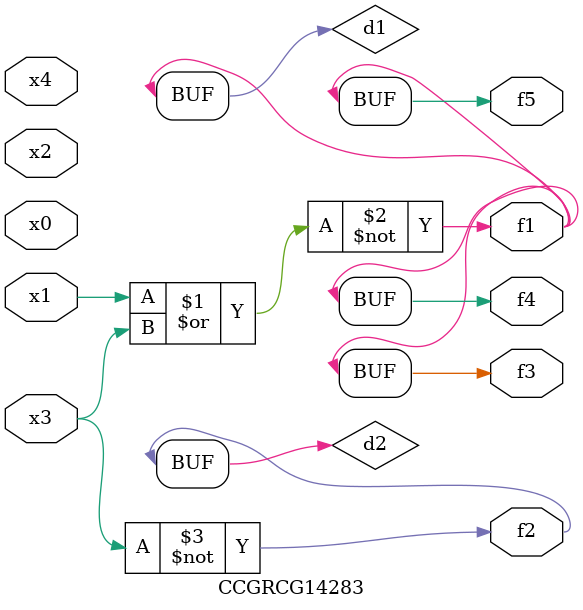
<source format=v>
module CCGRCG14283(
	input x0, x1, x2, x3, x4,
	output f1, f2, f3, f4, f5
);

	wire d1, d2;

	nor (d1, x1, x3);
	not (d2, x3);
	assign f1 = d1;
	assign f2 = d2;
	assign f3 = d1;
	assign f4 = d1;
	assign f5 = d1;
endmodule

</source>
